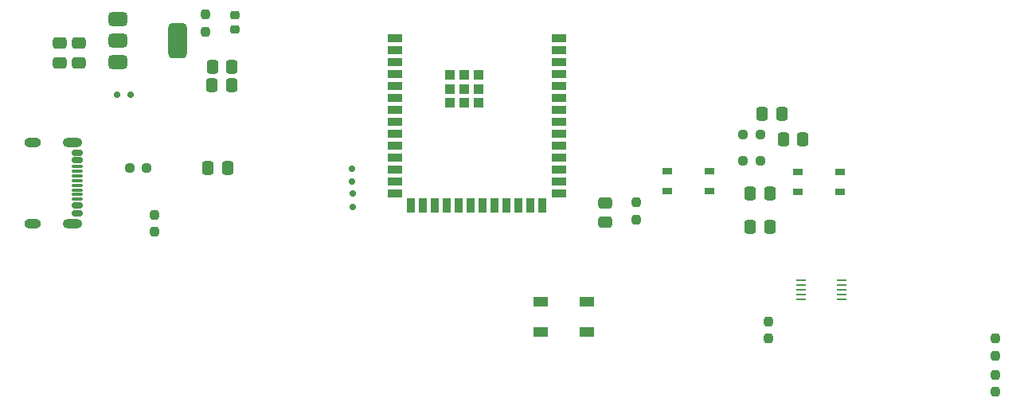
<source format=gbr>
%TF.GenerationSoftware,KiCad,Pcbnew,8.0.0*%
%TF.CreationDate,2024-03-06T11:07:10-06:00*%
%TF.ProjectId,ESP32-S3 Weather Station V2,45535033-322d-4533-9320-576561746865,rev?*%
%TF.SameCoordinates,Original*%
%TF.FileFunction,Paste,Top*%
%TF.FilePolarity,Positive*%
%FSLAX46Y46*%
G04 Gerber Fmt 4.6, Leading zero omitted, Abs format (unit mm)*
G04 Created by KiCad (PCBNEW 8.0.0) date 2024-03-06 11:07:10*
%MOMM*%
%LPD*%
G01*
G04 APERTURE LIST*
G04 Aperture macros list*
%AMRoundRect*
0 Rectangle with rounded corners*
0 $1 Rounding radius*
0 $2 $3 $4 $5 $6 $7 $8 $9 X,Y pos of 4 corners*
0 Add a 4 corners polygon primitive as box body*
4,1,4,$2,$3,$4,$5,$6,$7,$8,$9,$2,$3,0*
0 Add four circle primitives for the rounded corners*
1,1,$1+$1,$2,$3*
1,1,$1+$1,$4,$5*
1,1,$1+$1,$6,$7*
1,1,$1+$1,$8,$9*
0 Add four rect primitives between the rounded corners*
20,1,$1+$1,$2,$3,$4,$5,0*
20,1,$1+$1,$4,$5,$6,$7,0*
20,1,$1+$1,$6,$7,$8,$9,0*
20,1,$1+$1,$8,$9,$2,$3,0*%
G04 Aperture macros list end*
%ADD10RoundRect,0.250000X0.475000X-0.337500X0.475000X0.337500X-0.475000X0.337500X-0.475000X-0.337500X0*%
%ADD11RoundRect,0.237500X0.250000X0.237500X-0.250000X0.237500X-0.250000X-0.237500X0.250000X-0.237500X0*%
%ADD12RoundRect,0.237500X0.237500X-0.250000X0.237500X0.250000X-0.237500X0.250000X-0.237500X-0.250000X0*%
%ADD13RoundRect,0.237500X-0.237500X0.250000X-0.237500X-0.250000X0.237500X-0.250000X0.237500X0.250000X0*%
%ADD14RoundRect,0.250000X0.337500X0.475000X-0.337500X0.475000X-0.337500X-0.475000X0.337500X-0.475000X0*%
%ADD15RoundRect,0.150000X-0.200000X0.150000X-0.200000X-0.150000X0.200000X-0.150000X0.200000X0.150000X0*%
%ADD16R,1.500000X0.900000*%
%ADD17R,0.900000X1.500000*%
%ADD18R,1.000000X1.000000*%
%ADD19RoundRect,0.250000X-0.337500X-0.475000X0.337500X-0.475000X0.337500X0.475000X-0.337500X0.475000X0*%
%ADD20RoundRect,0.150000X0.200000X-0.150000X0.200000X0.150000X-0.200000X0.150000X-0.200000X-0.150000X0*%
%ADD21R,1.500000X1.000000*%
%ADD22RoundRect,0.150000X-0.425000X0.150000X-0.425000X-0.150000X0.425000X-0.150000X0.425000X0.150000X0*%
%ADD23RoundRect,0.075000X-0.500000X0.075000X-0.500000X-0.075000X0.500000X-0.075000X0.500000X0.075000X0*%
%ADD24O,2.100000X1.000000*%
%ADD25O,1.800000X1.000000*%
%ADD26RoundRect,0.375000X-0.625000X-0.375000X0.625000X-0.375000X0.625000X0.375000X-0.625000X0.375000X0*%
%ADD27RoundRect,0.500000X-0.500000X-1.400000X0.500000X-1.400000X0.500000X1.400000X-0.500000X1.400000X0*%
%ADD28R,1.000000X0.700000*%
%ADD29R,1.100000X0.250000*%
%ADD30RoundRect,0.150000X0.150000X0.200000X-0.150000X0.200000X-0.150000X-0.200000X0.150000X-0.200000X0*%
%ADD31RoundRect,0.237500X-0.250000X-0.237500X0.250000X-0.237500X0.250000X0.237500X-0.250000X0.237500X0*%
%ADD32RoundRect,0.218750X-0.256250X0.218750X-0.256250X-0.218750X0.256250X-0.218750X0.256250X0.218750X0*%
G04 APERTURE END LIST*
D10*
%TO.C,C6*%
X163462500Y-77287500D03*
X163462500Y-75212500D03*
%TD*%
D11*
%TO.C,R6*%
X180000000Y-70750000D03*
X178175000Y-70750000D03*
%TD*%
D12*
%TO.C,R4*%
X166750000Y-77000000D03*
X166750000Y-75175000D03*
%TD*%
D13*
%TO.C,R9*%
X205000000Y-89675000D03*
X205000000Y-91500000D03*
%TD*%
D14*
%TO.C,C10*%
X181000000Y-74250000D03*
X178925000Y-74250000D03*
%TD*%
D13*
%TO.C,R3*%
X121012500Y-55192500D03*
X121012500Y-57017500D03*
%TD*%
D10*
%TO.C,C2*%
X105500000Y-60325000D03*
X105500000Y-58250000D03*
%TD*%
D15*
%TO.C,D4*%
X136622500Y-75650000D03*
X136622500Y-74250000D03*
%TD*%
D16*
%TO.C,U2*%
X141100000Y-57760000D03*
X141100000Y-59030000D03*
X141100000Y-60300000D03*
X141100000Y-61570000D03*
X141100000Y-62840000D03*
X141100000Y-64110000D03*
X141100000Y-65380000D03*
X141100000Y-66650000D03*
X141100000Y-67920000D03*
X141100000Y-69190000D03*
X141100000Y-70460000D03*
X141100000Y-71730000D03*
X141100000Y-73000000D03*
X141100000Y-74270000D03*
D17*
X142865000Y-75520000D03*
X144135000Y-75520000D03*
X145405000Y-75520000D03*
X146675000Y-75520000D03*
X147945000Y-75520000D03*
X149215000Y-75520000D03*
X150485000Y-75520000D03*
X151755000Y-75520000D03*
X153025000Y-75520000D03*
X154295000Y-75520000D03*
X155565000Y-75520000D03*
X156835000Y-75520000D03*
D16*
X158600000Y-74270000D03*
X158600000Y-73000000D03*
X158600000Y-71730000D03*
X158600000Y-70460000D03*
X158600000Y-69190000D03*
X158600000Y-67920000D03*
X158600000Y-66650000D03*
X158600000Y-65380000D03*
X158600000Y-64110000D03*
X158600000Y-62840000D03*
X158600000Y-61570000D03*
X158600000Y-60300000D03*
X158600000Y-59030000D03*
X158600000Y-57760000D03*
D18*
X146990000Y-61610000D03*
X146990000Y-63110000D03*
X146990000Y-64610000D03*
X148490000Y-61610000D03*
X148490000Y-63110000D03*
X148490000Y-64610000D03*
X149990000Y-61610000D03*
X149990000Y-63110000D03*
X149990000Y-64610000D03*
%TD*%
D19*
%TO.C,C4*%
X121712500Y-60750000D03*
X123787500Y-60750000D03*
%TD*%
D12*
%TO.C,R7*%
X180837500Y-89662500D03*
X180837500Y-87837500D03*
%TD*%
D19*
%TO.C,C8*%
X180175000Y-65750000D03*
X182250000Y-65750000D03*
%TD*%
D20*
%TO.C,D3*%
X136600000Y-71600000D03*
X136600000Y-73000000D03*
%TD*%
D14*
%TO.C,C9*%
X181000000Y-77750000D03*
X178925000Y-77750000D03*
%TD*%
D11*
%TO.C,R5*%
X180000000Y-68000000D03*
X178175000Y-68000000D03*
%TD*%
D21*
%TO.C,D6*%
X161500000Y-88950000D03*
X161500000Y-85750000D03*
X156600000Y-85750000D03*
X156600000Y-88950000D03*
%TD*%
D22*
%TO.C,J1*%
X107390000Y-69910000D03*
X107390000Y-70710000D03*
D23*
X107390000Y-71860000D03*
X107390000Y-72860000D03*
X107390000Y-73360000D03*
X107390000Y-74360000D03*
D22*
X107390000Y-75510000D03*
X107390000Y-76310000D03*
X107390000Y-76310000D03*
X107390000Y-75510000D03*
D23*
X107390000Y-74860000D03*
X107390000Y-73860000D03*
X107390000Y-72360000D03*
X107390000Y-71360000D03*
D22*
X107390000Y-70710000D03*
X107390000Y-69910000D03*
D24*
X106815000Y-68790000D03*
D25*
X102635000Y-68790000D03*
D24*
X106815000Y-77430000D03*
D25*
X102635000Y-77430000D03*
%TD*%
D26*
%TO.C,U1*%
X111700000Y-55700000D03*
X111700000Y-58000000D03*
D27*
X118000000Y-58000000D03*
D26*
X111700000Y-60300000D03*
%TD*%
D28*
%TO.C,SW2*%
X188500000Y-74075000D03*
X184000000Y-74075000D03*
X188500000Y-71925000D03*
X184000000Y-71925000D03*
%TD*%
D13*
%TO.C,R2*%
X115600000Y-76487500D03*
X115600000Y-78312500D03*
%TD*%
D19*
%TO.C,C5*%
X121675000Y-62750000D03*
X123750000Y-62750000D03*
%TD*%
D29*
%TO.C,U3*%
X184350000Y-83500000D03*
X184350000Y-84000000D03*
X184350000Y-84500000D03*
X184350000Y-85000000D03*
X184350000Y-85500000D03*
X188650000Y-85500000D03*
X188650000Y-85000000D03*
X188650000Y-84500000D03*
X188650000Y-84000000D03*
X188650000Y-83500000D03*
%TD*%
D30*
%TO.C,D2*%
X111600000Y-63750000D03*
X113000000Y-63750000D03*
%TD*%
D14*
%TO.C,C7*%
X184500000Y-68500000D03*
X182425000Y-68500000D03*
%TD*%
D31*
%TO.C,R1*%
X112925000Y-71500000D03*
X114750000Y-71500000D03*
%TD*%
D14*
%TO.C,C1*%
X123325000Y-71500000D03*
X121250000Y-71500000D03*
%TD*%
D32*
%TO.C,D5*%
X124100000Y-55250000D03*
X124100000Y-56825000D03*
%TD*%
D13*
%TO.C,R8*%
X205000000Y-93500000D03*
X205000000Y-95325000D03*
%TD*%
D28*
%TO.C,SW1*%
X174600000Y-73975000D03*
X170100000Y-73975000D03*
X174600000Y-71825000D03*
X170100000Y-71825000D03*
%TD*%
D10*
%TO.C,C3*%
X107500000Y-60325000D03*
X107500000Y-58250000D03*
%TD*%
M02*

</source>
